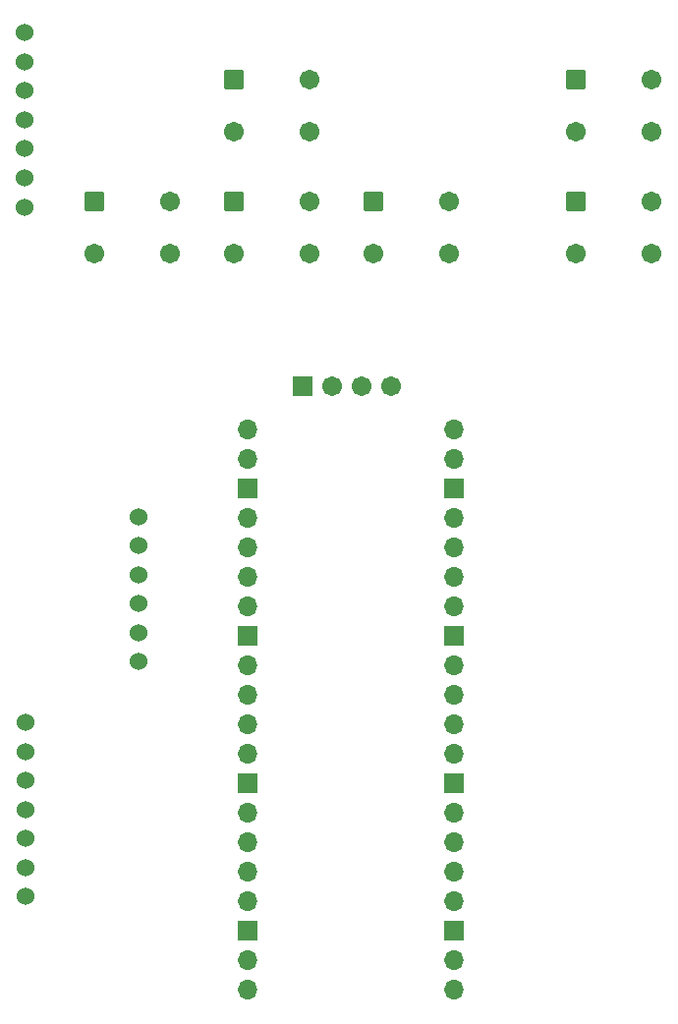
<source format=gbr>
%TF.GenerationSoftware,KiCad,Pcbnew,8.0.4*%
%TF.CreationDate,2024-08-20T15:20:12-04:00*%
%TF.ProjectId,gameconsole,67616d65-636f-46e7-936f-6c652e6b6963,rev?*%
%TF.SameCoordinates,Original*%
%TF.FileFunction,Soldermask,Bot*%
%TF.FilePolarity,Negative*%
%FSLAX46Y46*%
G04 Gerber Fmt 4.6, Leading zero omitted, Abs format (unit mm)*
G04 Created by KiCad (PCBNEW 8.0.4) date 2024-08-20 15:20:12*
%MOMM*%
%LPD*%
G01*
G04 APERTURE LIST*
G04 Aperture macros list*
%AMRoundRect*
0 Rectangle with rounded corners*
0 $1 Rounding radius*
0 $2 $3 $4 $5 $6 $7 $8 $9 X,Y pos of 4 corners*
0 Add a 4 corners polygon primitive as box body*
4,1,4,$2,$3,$4,$5,$6,$7,$8,$9,$2,$3,0*
0 Add four circle primitives for the rounded corners*
1,1,$1+$1,$2,$3*
1,1,$1+$1,$4,$5*
1,1,$1+$1,$6,$7*
1,1,$1+$1,$8,$9*
0 Add four rect primitives between the rounded corners*
20,1,$1+$1,$2,$3,$4,$5,0*
20,1,$1+$1,$4,$5,$6,$7,0*
20,1,$1+$1,$6,$7,$8,$9,0*
20,1,$1+$1,$8,$9,$2,$3,0*%
G04 Aperture macros list end*
%ADD10C,1.524000*%
%ADD11C,1.702000*%
%ADD12RoundRect,0.102000X-0.749000X-0.749000X0.749000X-0.749000X0.749000X0.749000X-0.749000X0.749000X0*%
%ADD13RoundRect,0.102000X-0.754000X-0.754000X0.754000X-0.754000X0.754000X0.754000X-0.754000X0.754000X0*%
%ADD14C,1.712000*%
%ADD15O,1.700000X1.700000*%
%ADD16R,1.700000X1.700000*%
G04 APERTURE END LIST*
D10*
%TO.C,U*%
X101575000Y-76775000D03*
X101575000Y-74275000D03*
X101575000Y-71775000D03*
X101575000Y-69275000D03*
X101575000Y-66775000D03*
X101575000Y-64275000D03*
X101575000Y-79275000D03*
D11*
X155575000Y-83275000D03*
X155575000Y-72775000D03*
X138075000Y-83275000D03*
X126075000Y-83275000D03*
X126075000Y-72775000D03*
X114075000Y-83275000D03*
X149075000Y-83275000D03*
X149075000Y-72775000D03*
X131575000Y-83275000D03*
X119575000Y-83275000D03*
X119575000Y-72775000D03*
X107575000Y-83275000D03*
X155575000Y-78775000D03*
X155575000Y-68275000D03*
X138075000Y-78775000D03*
X126075000Y-78775000D03*
X126075000Y-68275000D03*
X114075000Y-78775000D03*
D12*
X149075000Y-78775000D03*
X149075000Y-68275000D03*
X131575000Y-78775000D03*
X119575000Y-78775000D03*
X119575000Y-68275000D03*
X107575000Y-78775000D03*
%TD*%
D13*
%TO.C,OLED1*%
X125500000Y-94700000D03*
D14*
X128040000Y-94700000D03*
X130580000Y-94700000D03*
X133120000Y-94700000D03*
%TD*%
D10*
%TO.C,CONTROLLER1*%
X101610000Y-123700000D03*
X101610000Y-126200000D03*
X101610000Y-128700000D03*
X101610000Y-131200000D03*
X101610000Y-133700000D03*
X101610000Y-136200000D03*
X101610000Y-138700000D03*
%TD*%
D15*
%TO.C,PICO1*%
X120720000Y-98460000D03*
X120720000Y-101000000D03*
D16*
X120720000Y-103540000D03*
D15*
X120720000Y-106080000D03*
X120720000Y-108620000D03*
X120720000Y-111160000D03*
X120720000Y-113700000D03*
D16*
X120720000Y-116240000D03*
D15*
X120720000Y-118780000D03*
X120720000Y-121320000D03*
X120720000Y-123860000D03*
X120720000Y-126400000D03*
D16*
X120720000Y-128940000D03*
D15*
X120720000Y-131480000D03*
X120720000Y-134020000D03*
X120720000Y-136560000D03*
X120720000Y-139100000D03*
D16*
X120720000Y-141640000D03*
D15*
X120720000Y-144180000D03*
X120720000Y-146720000D03*
X138500000Y-146720000D03*
X138500000Y-144180000D03*
D16*
X138500000Y-141640000D03*
D15*
X138500000Y-139100000D03*
X138500000Y-136560000D03*
X138500000Y-134020000D03*
X138500000Y-131480000D03*
D16*
X138500000Y-128940000D03*
D15*
X138500000Y-126400000D03*
X138500000Y-123860000D03*
X138500000Y-121320000D03*
X138500000Y-118780000D03*
D16*
X138500000Y-116240000D03*
D15*
X138500000Y-113700000D03*
X138500000Y-111160000D03*
X138500000Y-108620000D03*
X138500000Y-106080000D03*
D16*
X138500000Y-103540000D03*
D15*
X138500000Y-101000000D03*
X138500000Y-98460000D03*
%TD*%
D10*
%TO.C,SDCARD1*%
X111350000Y-105950000D03*
X111350000Y-108450000D03*
X111350000Y-110950000D03*
X111350000Y-113450000D03*
X111350000Y-115950000D03*
X111350000Y-118450000D03*
%TD*%
M02*

</source>
